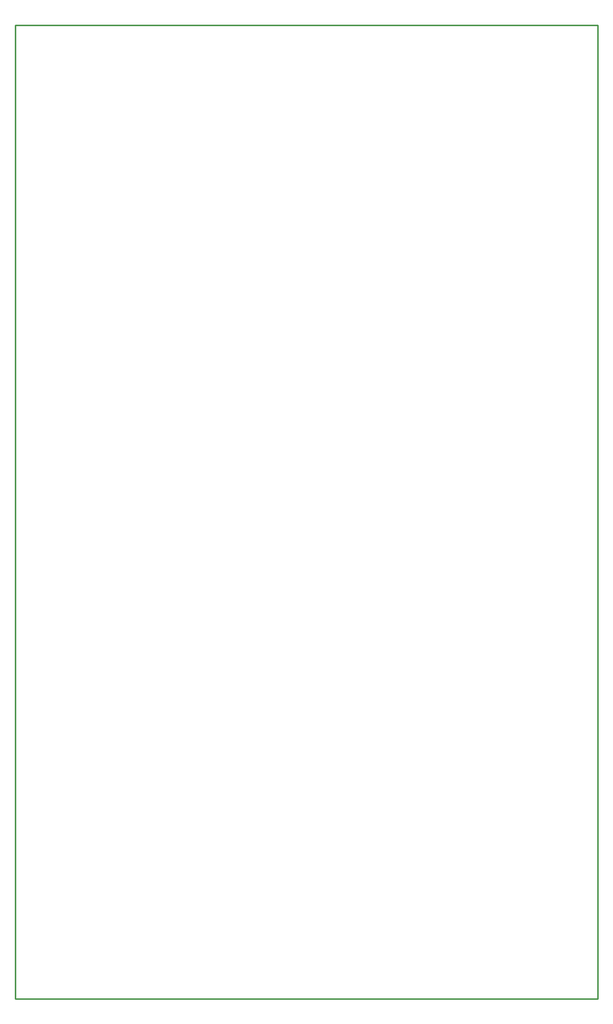
<source format=gko>
%FSLAX25Y25*%
%MOIN*%
G70*
G01*
G75*
G04 Layer_Color=16711935*
%ADD10O,0.06102X0.01378*%
%ADD11R,0.12205X0.20079*%
%ADD12R,0.13583X0.07087*%
%ADD13R,0.02953X0.03740*%
%ADD14R,0.05500X0.05000*%
%ADD15R,0.05000X0.05500*%
%ADD16R,0.01575X0.05315*%
%ADD17R,0.11417X0.07480*%
G04:AMPARAMS|DCode=18|XSize=37.4mil|YSize=29.53mil|CornerRadius=0mil|HoleSize=0mil|Usage=FLASHONLY|Rotation=180.000|XOffset=0mil|YOffset=0mil|HoleType=Round|Shape=Octagon|*
%AMOCTAGOND18*
4,1,8,-0.01870,0.00738,-0.01870,-0.00738,-0.01132,-0.01476,0.01132,-0.01476,0.01870,-0.00738,0.01870,0.00738,0.01132,0.01476,-0.01132,0.01476,-0.01870,0.00738,0.0*
%
%ADD18OCTAGOND18*%

%ADD19R,0.03740X0.02953*%
G04:AMPARAMS|DCode=20|XSize=37.4mil|YSize=29.53mil|CornerRadius=0mil|HoleSize=0mil|Usage=FLASHONLY|Rotation=270.000|XOffset=0mil|YOffset=0mil|HoleType=Round|Shape=Octagon|*
%AMOCTAGOND20*
4,1,8,-0.00738,-0.01870,0.00738,-0.01870,0.01476,-0.01132,0.01476,0.01132,0.00738,0.01870,-0.00738,0.01870,-0.01476,0.01132,-0.01476,-0.01132,-0.00738,-0.01870,0.0*
%
%ADD20OCTAGOND20*%

%ADD21R,0.02362X0.05512*%
%ADD22O,0.06693X0.01378*%
%ADD23R,0.06299X0.03937*%
%ADD24R,0.06299X0.11811*%
%ADD25R,0.26378X0.26378*%
%ADD26R,0.11811X0.06299*%
%ADD27R,0.26378X0.26378*%
%ADD28R,0.04961X0.08071*%
%ADD29R,0.02559X0.01181*%
%ADD30R,0.02756X0.00984*%
%ADD31R,0.00984X0.02756*%
%ADD32R,0.09843X0.09843*%
%ADD33R,0.07100X0.07900*%
%ADD34O,0.08268X0.01181*%
%ADD35O,0.01181X0.08268*%
%ADD36O,0.07087X0.02362*%
%ADD37O,0.02362X0.06693*%
%ADD38O,0.06496X0.01299*%
%ADD39R,0.06299X0.15354*%
%ADD40R,0.03189X0.18110*%
%ADD41R,0.02402X0.18110*%
%ADD42R,0.16000X0.06000*%
%ADD43R,0.50394X0.13780*%
%ADD44R,0.13780X0.50394*%
%ADD45R,0.06000X0.16000*%
%ADD46O,0.06496X0.01181*%
%ADD47O,0.01181X0.06496*%
%ADD48O,0.06299X0.01772*%
%ADD49R,0.31496X0.08661*%
%ADD50R,0.06299X0.08307*%
%ADD51R,0.03150X0.02362*%
%ADD52R,0.05512X0.02362*%
%ADD53R,0.10000X0.05000*%
%ADD54R,0.01378X0.05906*%
%ADD55O,0.01378X0.05906*%
%ADD56R,0.12205X0.11811*%
%ADD57R,0.02441X0.04803*%
%ADD58R,0.10039X0.06102*%
%ADD59R,0.04803X0.02441*%
%ADD60R,0.05906X0.09843*%
%ADD61R,0.03150X0.02756*%
%ADD62O,0.00984X0.02165*%
%ADD63R,0.02362X0.04331*%
%ADD64R,0.02362X0.03150*%
%ADD65R,0.02992X0.08071*%
%ADD66R,0.07000X0.06000*%
%ADD67R,0.06300X0.10600*%
%ADD68R,0.05512X0.04724*%
%ADD69R,0.10630X0.03937*%
%ADD70R,0.03189X0.09646*%
%ADD71R,0.04331X0.03150*%
%ADD72R,0.09055X0.09252*%
%ADD73R,0.09252X0.09055*%
%ADD74R,0.03150X0.04331*%
%ADD75R,0.06000X0.07000*%
%ADD76R,0.04724X0.05512*%
%ADD77R,0.14488X0.05000*%
%ADD78R,0.05315X0.02362*%
%ADD79R,0.05315X0.04134*%
%ADD80C,0.06000*%
%ADD81R,0.04724X0.04331*%
%ADD82R,0.01969X0.03543*%
%ADD83R,0.03543X0.07874*%
%ADD84R,0.04331X0.05906*%
%ADD85R,0.03543X0.01772*%
%ADD86C,0.00700*%
%ADD87C,0.01200*%
%ADD88C,0.01000*%
%ADD89C,0.02000*%
%ADD90C,0.01500*%
%ADD91C,0.03000*%
%ADD92C,0.04160*%
%ADD93O,0.05413X0.07480*%
%ADD94C,0.09000*%
%ADD95C,0.26000*%
%ADD96C,0.12992*%
%ADD97C,0.15000*%
%ADD98C,0.04000*%
%ADD99C,0.03000*%
%ADD100C,0.02400*%
%ADD101C,0.00984*%
%ADD102C,0.02362*%
%ADD103C,0.00787*%
%ADD104C,0.00800*%
%ADD105C,0.00394*%
%ADD106C,0.00600*%
%ADD107R,0.05000X0.02791*%
%ADD108R,0.04800X0.02283*%
%ADD109R,0.04000X0.02902*%
%ADD110R,0.02630X0.03000*%
%ADD111R,0.02300X0.01306*%
%ADD112R,0.02050X0.01602*%
%ADD113R,0.07000X1.25000*%
%ADD114R,0.02039X0.03000*%
%ADD115R,0.03565X0.01969*%
%ADD116R,0.03300X0.01280*%
%ADD117R,0.01969X0.03565*%
%ADD118R,0.48000X0.04000*%
%ADD119R,0.08100X0.01800*%
%ADD120R,0.02000X0.06100*%
%ADD121R,0.02378X0.01575*%
%ADD122R,0.02056X0.04138*%
%ADD123R,0.02056X0.04138*%
%ADD124R,0.04138X0.02056*%
%ADD125R,0.01575X0.02378*%
%ADD126R,0.01575X0.02378*%
%ADD127R,0.06100X0.02000*%
%ADD128R,0.01800X0.08100*%
%ADD129R,0.18000X0.04000*%
%ADD130R,0.14383X0.07887*%
%ADD131R,0.03753X0.04540*%
%ADD132R,0.06300X0.05800*%
%ADD133R,0.05800X0.06300*%
G04:AMPARAMS|DCode=134|XSize=45.4mil|YSize=37.53mil|CornerRadius=0mil|HoleSize=0mil|Usage=FLASHONLY|Rotation=180.000|XOffset=0mil|YOffset=0mil|HoleType=Round|Shape=Octagon|*
%AMOCTAGOND134*
4,1,8,-0.02270,0.00938,-0.02270,-0.00938,-0.01332,-0.01876,0.01332,-0.01876,0.02270,-0.00938,0.02270,0.00938,0.01332,0.01876,-0.01332,0.01876,-0.02270,0.00938,0.0*
%
%ADD134OCTAGOND134*%

%ADD135R,0.04540X0.03753*%
G04:AMPARAMS|DCode=136|XSize=45.4mil|YSize=37.53mil|CornerRadius=0mil|HoleSize=0mil|Usage=FLASHONLY|Rotation=270.000|XOffset=0mil|YOffset=0mil|HoleType=Round|Shape=Octagon|*
%AMOCTAGOND136*
4,1,8,-0.00938,-0.02270,0.00938,-0.02270,0.01876,-0.01332,0.01876,0.01332,0.00938,0.02270,-0.00938,0.02270,-0.01876,0.01332,-0.01876,-0.01332,-0.00938,-0.02270,0.0*
%
%ADD136OCTAGOND136*%

%ADD137R,0.03162X0.06312*%
%ADD138R,0.07099X0.04737*%
%ADD139R,0.07099X0.12611*%
%ADD140R,0.27178X0.27178*%
%ADD141R,0.12611X0.07099*%
%ADD142R,0.27178X0.27178*%
%ADD143R,0.10642X0.10642*%
%ADD144R,0.07900X0.08700*%
%ADD145O,0.07887X0.03162*%
%ADD146O,0.03162X0.07493*%
%ADD147R,0.07099X0.16154*%
%ADD148R,0.03989X0.18910*%
%ADD149R,0.03202X0.18910*%
%ADD150R,0.16800X0.06800*%
%ADD151R,0.51194X0.14579*%
%ADD152R,0.14579X0.51194*%
%ADD153R,0.06800X0.16800*%
%ADD154R,0.32296X0.09461*%
%ADD155R,0.07099X0.09107*%
%ADD156R,0.03950X0.03162*%
%ADD157R,0.06312X0.03162*%
%ADD158R,0.10800X0.05800*%
%ADD159R,0.03241X0.05603*%
%ADD160R,0.10839X0.06902*%
%ADD161R,0.05603X0.03241*%
%ADD162R,0.06706X0.10642*%
%ADD163R,0.03162X0.05131*%
%ADD164R,0.03162X0.03950*%
%ADD165R,0.07800X0.06800*%
%ADD166R,0.07100X0.11400*%
%ADD167R,0.06312X0.05524*%
%ADD168R,0.11430X0.04737*%
%ADD169R,0.03989X0.10446*%
%ADD170R,0.05131X0.03950*%
%ADD171R,0.09855X0.10052*%
%ADD172R,0.10052X0.09855*%
%ADD173R,0.03950X0.05131*%
%ADD174R,0.06800X0.07800*%
%ADD175R,0.05524X0.06312*%
%ADD176R,0.15288X0.05800*%
%ADD177R,0.06115X0.03162*%
%ADD178R,0.06115X0.04934*%
%ADD179C,0.10724*%
%ADD180C,0.09800*%
%ADD181C,0.26800*%
%ADD182C,0.14192*%
%ADD183C,0.15800*%
%ADD184C,0.04800*%
%ADD185C,0.03200*%
%ADD186C,0.03800*%
D88*
X0Y0D02*
X393701D01*
X0Y657480D02*
X393701D01*
Y0D02*
Y657480D01*
X0Y0D02*
Y657480D01*
M02*

</source>
